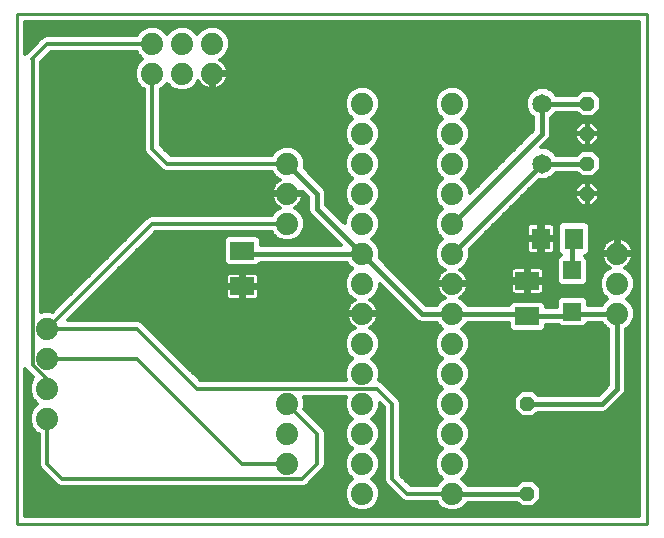
<source format=gtl>
G75*
%MOIN*%
%OFA0B0*%
%FSLAX25Y25*%
%IPPOS*%
%LPD*%
%AMOC8*
5,1,8,0,0,1.08239X$1,22.5*
%
%ADD10C,0.01000*%
%ADD11R,0.07874X0.05906*%
%ADD12C,0.07400*%
%ADD13OC8,0.04800*%
%ADD14C,0.06500*%
%ADD15R,0.06299X0.07087*%
%ADD16R,0.05906X0.05906*%
%ADD17C,0.01600*%
%ADD18C,0.01200*%
D10*
X0001800Y0071500D02*
X0001800Y0241500D01*
X0211800Y0241500D01*
X0211800Y0071500D01*
X0001800Y0071500D01*
D11*
X0076800Y0150594D03*
X0076800Y0162406D03*
X0171800Y0152406D03*
X0171800Y0140594D03*
D12*
X0146800Y0141500D03*
X0146800Y0131500D03*
X0146800Y0121500D03*
X0146800Y0111500D03*
X0146800Y0101500D03*
X0146800Y0091500D03*
X0146800Y0081500D03*
X0116800Y0081500D03*
X0116800Y0091500D03*
X0116800Y0101500D03*
X0116800Y0111500D03*
X0116800Y0121500D03*
X0116800Y0131500D03*
X0116800Y0141500D03*
X0116800Y0151500D03*
X0116800Y0161500D03*
X0116800Y0171500D03*
X0116800Y0181500D03*
X0116800Y0191500D03*
X0116800Y0201500D03*
X0116800Y0211500D03*
X0091800Y0191500D03*
X0091800Y0181500D03*
X0091800Y0171500D03*
X0066800Y0221500D03*
X0066800Y0231500D03*
X0056800Y0231500D03*
X0056800Y0221500D03*
X0046800Y0221500D03*
X0046800Y0231500D03*
X0011800Y0136500D03*
X0011800Y0126500D03*
X0011800Y0116500D03*
X0011800Y0106500D03*
X0091800Y0101500D03*
X0091800Y0091500D03*
X0091800Y0111500D03*
X0146800Y0151500D03*
X0146800Y0161500D03*
X0146800Y0171500D03*
X0146800Y0181500D03*
X0146800Y0191500D03*
X0146800Y0201500D03*
X0146800Y0211500D03*
X0201800Y0161500D03*
X0201800Y0151500D03*
X0201800Y0141500D03*
D13*
X0171800Y0111500D03*
X0171800Y0081500D03*
X0191800Y0181500D03*
X0191800Y0191500D03*
X0191800Y0201500D03*
X0191800Y0211500D03*
D14*
X0176800Y0211500D03*
X0176800Y0191500D03*
D15*
X0176288Y0166500D03*
X0187312Y0166500D03*
D16*
X0186800Y0155890D03*
X0186800Y0142110D03*
D17*
X0185284Y0140594D01*
X0171800Y0140594D01*
X0170894Y0141500D01*
X0146800Y0141500D01*
X0136800Y0141500D01*
X0116800Y0161500D01*
X0077706Y0161500D01*
X0076800Y0162406D01*
X0101800Y0181500D02*
X0091800Y0191500D01*
X0101800Y0181500D02*
X0101800Y0176500D01*
X0116800Y0161500D01*
X0146800Y0161500D02*
X0176800Y0191500D01*
X0191800Y0191500D01*
X0176800Y0201500D02*
X0176800Y0211500D01*
X0191800Y0211500D01*
X0176800Y0201500D02*
X0146800Y0171500D01*
X0186800Y0165988D02*
X0186800Y0155890D01*
X0186800Y0165988D02*
X0187312Y0166500D01*
X0186800Y0142110D02*
X0187410Y0141500D01*
X0201800Y0141500D01*
X0201800Y0116500D01*
X0196800Y0111500D01*
X0171800Y0111500D01*
X0171800Y0081500D02*
X0146800Y0081500D01*
D18*
X0131800Y0081500D01*
X0126800Y0086500D01*
X0126800Y0111500D01*
X0121800Y0116500D01*
X0061800Y0116500D01*
X0041800Y0136500D01*
X0011800Y0136500D01*
X0046800Y0171500D01*
X0091800Y0171500D01*
X0096025Y0167381D02*
X0106676Y0167381D01*
X0105478Y0168579D02*
X0096976Y0168579D01*
X0096802Y0168158D02*
X0097700Y0170326D01*
X0097700Y0172674D01*
X0096802Y0174842D01*
X0095142Y0176502D01*
X0094327Y0176839D01*
X0094578Y0176967D01*
X0095253Y0177457D01*
X0095843Y0178047D01*
X0096333Y0178722D01*
X0096712Y0179466D01*
X0096969Y0180259D01*
X0097100Y0181083D01*
X0097100Y0181100D01*
X0092200Y0181100D01*
X0092200Y0181900D01*
X0097100Y0181900D01*
X0097100Y0181917D01*
X0097092Y0181965D01*
X0098800Y0180257D01*
X0098800Y0175903D01*
X0099257Y0174801D01*
X0109557Y0164500D01*
X0082937Y0164500D01*
X0082937Y0166270D01*
X0081648Y0167558D01*
X0071952Y0167558D01*
X0070663Y0166270D01*
X0070663Y0158541D01*
X0071952Y0157253D01*
X0081648Y0157253D01*
X0082896Y0158500D01*
X0111657Y0158500D01*
X0111798Y0158158D01*
X0113456Y0156500D01*
X0111798Y0154842D01*
X0110900Y0152674D01*
X0110900Y0150326D01*
X0111798Y0148158D01*
X0113458Y0146498D01*
X0114273Y0146161D01*
X0114022Y0146033D01*
X0113347Y0145543D01*
X0112757Y0144953D01*
X0112267Y0144278D01*
X0111888Y0143534D01*
X0111630Y0142741D01*
X0111500Y0141917D01*
X0111500Y0141900D01*
X0116400Y0141900D01*
X0116400Y0141100D01*
X0111500Y0141100D01*
X0111500Y0141083D01*
X0111630Y0140259D01*
X0111888Y0139466D01*
X0112267Y0138722D01*
X0112757Y0138047D01*
X0113347Y0137457D01*
X0114022Y0136967D01*
X0114273Y0136839D01*
X0113458Y0136502D01*
X0111798Y0134842D01*
X0110900Y0132674D01*
X0110900Y0130326D01*
X0111798Y0128158D01*
X0113456Y0126500D01*
X0111798Y0124842D01*
X0110900Y0122674D01*
X0110900Y0120326D01*
X0111325Y0119300D01*
X0062960Y0119300D01*
X0043386Y0138874D01*
X0042357Y0139300D01*
X0018560Y0139300D01*
X0047960Y0168700D01*
X0086574Y0168700D01*
X0086798Y0168158D01*
X0088458Y0166498D01*
X0090626Y0165600D01*
X0092974Y0165600D01*
X0095142Y0166498D01*
X0096802Y0168158D01*
X0097473Y0169778D02*
X0104279Y0169778D01*
X0103081Y0170976D02*
X0097700Y0170976D01*
X0097700Y0172175D02*
X0101882Y0172175D01*
X0100684Y0173373D02*
X0097410Y0173373D01*
X0096914Y0174572D02*
X0099485Y0174572D01*
X0098855Y0175770D02*
X0095873Y0175770D01*
X0094581Y0176969D02*
X0098800Y0176969D01*
X0098800Y0178168D02*
X0095930Y0178168D01*
X0096661Y0179366D02*
X0098800Y0179366D01*
X0098493Y0180565D02*
X0097018Y0180565D01*
X0097294Y0181763D02*
X0092200Y0181763D01*
X0091400Y0181763D02*
X0009700Y0181763D01*
X0009700Y0180565D02*
X0086582Y0180565D01*
X0086630Y0180259D02*
X0086888Y0179466D01*
X0087267Y0178722D01*
X0087757Y0178047D01*
X0088347Y0177457D01*
X0089022Y0176967D01*
X0089273Y0176839D01*
X0088458Y0176502D01*
X0086798Y0174842D01*
X0086574Y0174300D01*
X0046243Y0174300D01*
X0045214Y0173874D01*
X0044426Y0173086D01*
X0013516Y0142175D01*
X0012974Y0142400D01*
X0010626Y0142400D01*
X0009700Y0142016D01*
X0009700Y0225440D01*
X0012960Y0228700D01*
X0041574Y0228700D01*
X0041798Y0228158D01*
X0043456Y0226500D01*
X0041798Y0224842D01*
X0040900Y0222674D01*
X0040900Y0220326D01*
X0041798Y0218158D01*
X0043458Y0216498D01*
X0044000Y0216274D01*
X0044000Y0195943D01*
X0044426Y0194914D01*
X0049426Y0189914D01*
X0050214Y0189126D01*
X0051243Y0188700D01*
X0086574Y0188700D01*
X0086798Y0188158D01*
X0088458Y0186498D01*
X0089273Y0186161D01*
X0089022Y0186033D01*
X0088347Y0185543D01*
X0087757Y0184953D01*
X0087267Y0184278D01*
X0086888Y0183534D01*
X0086630Y0182741D01*
X0086500Y0181917D01*
X0086500Y0181900D01*
X0091400Y0181900D01*
X0091400Y0181100D01*
X0086500Y0181100D01*
X0086500Y0181083D01*
X0086630Y0180259D01*
X0086939Y0179366D02*
X0009700Y0179366D01*
X0009700Y0178168D02*
X0087670Y0178168D01*
X0089019Y0176969D02*
X0009700Y0176969D01*
X0009700Y0175770D02*
X0087727Y0175770D01*
X0086686Y0174572D02*
X0009700Y0174572D01*
X0009700Y0173373D02*
X0044714Y0173373D01*
X0043515Y0172175D02*
X0009700Y0172175D01*
X0009700Y0170976D02*
X0042317Y0170976D01*
X0041118Y0169778D02*
X0009700Y0169778D01*
X0009700Y0168579D02*
X0039920Y0168579D01*
X0038721Y0167381D02*
X0009700Y0167381D01*
X0009700Y0166182D02*
X0037523Y0166182D01*
X0036324Y0164984D02*
X0009700Y0164984D01*
X0009700Y0163785D02*
X0035126Y0163785D01*
X0033927Y0162587D02*
X0009700Y0162587D01*
X0009700Y0161388D02*
X0032729Y0161388D01*
X0031530Y0160190D02*
X0009700Y0160190D01*
X0009700Y0158991D02*
X0030332Y0158991D01*
X0029133Y0157793D02*
X0009700Y0157793D01*
X0009700Y0156594D02*
X0027935Y0156594D01*
X0026736Y0155396D02*
X0009700Y0155396D01*
X0009700Y0154197D02*
X0025537Y0154197D01*
X0024339Y0152999D02*
X0009700Y0152999D01*
X0009700Y0151800D02*
X0023140Y0151800D01*
X0021942Y0150602D02*
X0009700Y0150602D01*
X0009700Y0149403D02*
X0020743Y0149403D01*
X0019545Y0148205D02*
X0009700Y0148205D01*
X0009700Y0147006D02*
X0018346Y0147006D01*
X0017148Y0145808D02*
X0009700Y0145808D01*
X0009700Y0144609D02*
X0015949Y0144609D01*
X0014751Y0143411D02*
X0009700Y0143411D01*
X0009700Y0142212D02*
X0010173Y0142212D01*
X0013427Y0142212D02*
X0013552Y0142212D01*
X0019075Y0139815D02*
X0111775Y0139815D01*
X0111511Y0141014D02*
X0020273Y0141014D01*
X0021472Y0142212D02*
X0111547Y0142212D01*
X0111848Y0143411D02*
X0022670Y0143411D01*
X0023869Y0144609D02*
X0112508Y0144609D01*
X0113712Y0145808D02*
X0025067Y0145808D01*
X0026266Y0147006D02*
X0071382Y0147006D01*
X0071372Y0147024D02*
X0071583Y0146659D01*
X0071881Y0146361D01*
X0072245Y0146151D01*
X0072652Y0146042D01*
X0076200Y0146042D01*
X0076200Y0149994D01*
X0077400Y0149994D01*
X0077400Y0146042D01*
X0080948Y0146042D01*
X0081355Y0146151D01*
X0081719Y0146361D01*
X0082017Y0146659D01*
X0082228Y0147024D01*
X0082337Y0147431D01*
X0082337Y0149995D01*
X0077400Y0149995D01*
X0077400Y0151194D01*
X0082337Y0151194D01*
X0082337Y0153758D01*
X0082228Y0154165D01*
X0082017Y0154530D01*
X0081719Y0154828D01*
X0081355Y0155038D01*
X0080948Y0155147D01*
X0077400Y0155147D01*
X0077400Y0151195D01*
X0076200Y0151195D01*
X0076200Y0155147D01*
X0072652Y0155147D01*
X0072245Y0155038D01*
X0071881Y0154828D01*
X0071583Y0154530D01*
X0071372Y0154165D01*
X0071263Y0153758D01*
X0071263Y0151194D01*
X0076200Y0151194D01*
X0076200Y0149995D01*
X0071263Y0149995D01*
X0071263Y0147431D01*
X0071372Y0147024D01*
X0071263Y0148205D02*
X0027465Y0148205D01*
X0028663Y0149403D02*
X0071263Y0149403D01*
X0071263Y0151800D02*
X0031060Y0151800D01*
X0029862Y0150602D02*
X0076200Y0150602D01*
X0076200Y0151800D02*
X0077400Y0151800D01*
X0077400Y0150602D02*
X0110900Y0150602D01*
X0110900Y0151800D02*
X0082337Y0151800D01*
X0082337Y0152999D02*
X0111035Y0152999D01*
X0111531Y0154197D02*
X0082209Y0154197D01*
X0082188Y0157793D02*
X0112163Y0157793D01*
X0113362Y0156594D02*
X0035854Y0156594D01*
X0034656Y0155396D02*
X0112352Y0155396D01*
X0111282Y0149403D02*
X0082337Y0149403D01*
X0082337Y0148205D02*
X0111779Y0148205D01*
X0112950Y0147006D02*
X0082218Y0147006D01*
X0077400Y0147006D02*
X0076200Y0147006D01*
X0076200Y0148205D02*
X0077400Y0148205D01*
X0077400Y0149403D02*
X0076200Y0149403D01*
X0076200Y0152999D02*
X0077400Y0152999D01*
X0077400Y0154197D02*
X0076200Y0154197D01*
X0071391Y0154197D02*
X0033457Y0154197D01*
X0032259Y0152999D02*
X0071263Y0152999D01*
X0071412Y0157793D02*
X0037053Y0157793D01*
X0038251Y0158991D02*
X0070663Y0158991D01*
X0070663Y0160190D02*
X0039450Y0160190D01*
X0040648Y0161388D02*
X0070663Y0161388D01*
X0070663Y0162587D02*
X0041847Y0162587D01*
X0043045Y0163785D02*
X0070663Y0163785D01*
X0070663Y0164984D02*
X0044244Y0164984D01*
X0045442Y0166182D02*
X0070663Y0166182D01*
X0071774Y0167381D02*
X0046641Y0167381D01*
X0047839Y0168579D02*
X0086624Y0168579D01*
X0087575Y0167381D02*
X0081826Y0167381D01*
X0082937Y0166182D02*
X0089220Y0166182D01*
X0094380Y0166182D02*
X0107875Y0166182D01*
X0109073Y0164984D02*
X0082937Y0164984D01*
X0086702Y0182962D02*
X0009700Y0182962D01*
X0009700Y0184160D02*
X0087207Y0184160D01*
X0088163Y0185359D02*
X0009700Y0185359D01*
X0009700Y0186557D02*
X0088399Y0186557D01*
X0087201Y0187756D02*
X0009700Y0187756D01*
X0009700Y0188954D02*
X0050630Y0188954D01*
X0049188Y0190153D02*
X0009700Y0190153D01*
X0009700Y0191351D02*
X0047989Y0191351D01*
X0046791Y0192550D02*
X0009700Y0192550D01*
X0009700Y0193748D02*
X0045592Y0193748D01*
X0044413Y0194947D02*
X0009700Y0194947D01*
X0009700Y0196145D02*
X0044000Y0196145D01*
X0044000Y0197344D02*
X0009700Y0197344D01*
X0009700Y0198542D02*
X0044000Y0198542D01*
X0044000Y0199741D02*
X0009700Y0199741D01*
X0009700Y0200939D02*
X0044000Y0200939D01*
X0044000Y0202138D02*
X0009700Y0202138D01*
X0009700Y0203336D02*
X0044000Y0203336D01*
X0044000Y0204535D02*
X0009700Y0204535D01*
X0009700Y0205733D02*
X0044000Y0205733D01*
X0044000Y0206932D02*
X0009700Y0206932D01*
X0009700Y0208130D02*
X0044000Y0208130D01*
X0044000Y0209329D02*
X0009700Y0209329D01*
X0009700Y0210527D02*
X0044000Y0210527D01*
X0044000Y0211726D02*
X0009700Y0211726D01*
X0009700Y0212924D02*
X0044000Y0212924D01*
X0044000Y0214123D02*
X0009700Y0214123D01*
X0009700Y0215321D02*
X0044000Y0215321D01*
X0043436Y0216520D02*
X0009700Y0216520D01*
X0009700Y0217718D02*
X0042238Y0217718D01*
X0041484Y0218917D02*
X0009700Y0218917D01*
X0009700Y0220115D02*
X0040987Y0220115D01*
X0040900Y0221314D02*
X0009700Y0221314D01*
X0009700Y0222512D02*
X0040900Y0222512D01*
X0041330Y0223711D02*
X0009700Y0223711D01*
X0009700Y0224909D02*
X0041866Y0224909D01*
X0043064Y0226108D02*
X0010368Y0226108D01*
X0011566Y0227306D02*
X0042650Y0227306D01*
X0041654Y0228505D02*
X0012765Y0228505D01*
X0011800Y0231500D02*
X0046800Y0231500D01*
X0050948Y0235696D02*
X0052652Y0235696D01*
X0053458Y0236502D02*
X0051800Y0234844D01*
X0050142Y0236502D01*
X0047974Y0237400D01*
X0045626Y0237400D01*
X0043458Y0236502D01*
X0041798Y0234842D01*
X0041574Y0234300D01*
X0011243Y0234300D01*
X0010214Y0233874D01*
X0009426Y0233086D01*
X0005214Y0228874D01*
X0004500Y0228160D01*
X0004500Y0238800D01*
X0209100Y0238800D01*
X0209100Y0074200D01*
X0004500Y0074200D01*
X0004500Y0122948D01*
X0004526Y0122884D01*
X0007183Y0120227D01*
X0006798Y0119842D01*
X0005900Y0117674D01*
X0005900Y0115326D01*
X0006798Y0113158D01*
X0008456Y0111500D01*
X0006798Y0109842D01*
X0005900Y0107674D01*
X0005900Y0105326D01*
X0006798Y0103158D01*
X0008458Y0101498D01*
X0009000Y0101274D01*
X0009000Y0090943D01*
X0009426Y0089914D01*
X0014426Y0084914D01*
X0015214Y0084126D01*
X0016243Y0083700D01*
X0097357Y0083700D01*
X0098386Y0084126D01*
X0104174Y0089914D01*
X0104600Y0090943D01*
X0104600Y0102057D01*
X0104174Y0103086D01*
X0097475Y0109784D01*
X0097700Y0110326D01*
X0097700Y0112674D01*
X0097275Y0113700D01*
X0111325Y0113700D01*
X0110900Y0112674D01*
X0110900Y0110326D01*
X0111798Y0108158D01*
X0113456Y0106500D01*
X0111798Y0104842D01*
X0110900Y0102674D01*
X0110900Y0100326D01*
X0111798Y0098158D01*
X0113456Y0096500D01*
X0111798Y0094842D01*
X0110900Y0092674D01*
X0110900Y0090326D01*
X0111798Y0088158D01*
X0113456Y0086500D01*
X0111798Y0084842D01*
X0110900Y0082674D01*
X0110900Y0080326D01*
X0111798Y0078158D01*
X0113458Y0076498D01*
X0115626Y0075600D01*
X0117974Y0075600D01*
X0120142Y0076498D01*
X0121802Y0078158D01*
X0122700Y0080326D01*
X0122700Y0082674D01*
X0121802Y0084842D01*
X0120144Y0086500D01*
X0121802Y0088158D01*
X0122700Y0090326D01*
X0122700Y0092674D01*
X0121802Y0094842D01*
X0120144Y0096500D01*
X0121802Y0098158D01*
X0122700Y0100326D01*
X0122700Y0102674D01*
X0121802Y0104842D01*
X0120144Y0106500D01*
X0121802Y0108158D01*
X0122700Y0110326D01*
X0122700Y0111640D01*
X0124000Y0110340D01*
X0124000Y0085943D01*
X0124426Y0084914D01*
X0129426Y0079914D01*
X0130214Y0079126D01*
X0131243Y0078700D01*
X0141574Y0078700D01*
X0141798Y0078158D01*
X0143458Y0076498D01*
X0145626Y0075600D01*
X0147974Y0075600D01*
X0150142Y0076498D01*
X0151802Y0078158D01*
X0151943Y0078500D01*
X0168295Y0078500D01*
X0169895Y0076900D01*
X0173705Y0076900D01*
X0176400Y0079595D01*
X0176400Y0083405D01*
X0173705Y0086100D01*
X0169895Y0086100D01*
X0168295Y0084500D01*
X0151943Y0084500D01*
X0151802Y0084842D01*
X0150144Y0086500D01*
X0151802Y0088158D01*
X0152700Y0090326D01*
X0152700Y0092674D01*
X0151802Y0094842D01*
X0150144Y0096500D01*
X0151802Y0098158D01*
X0152700Y0100326D01*
X0152700Y0102674D01*
X0151802Y0104842D01*
X0150144Y0106500D01*
X0151802Y0108158D01*
X0152700Y0110326D01*
X0152700Y0112674D01*
X0151802Y0114842D01*
X0150144Y0116500D01*
X0151802Y0118158D01*
X0152700Y0120326D01*
X0152700Y0122674D01*
X0151802Y0124842D01*
X0150144Y0126500D01*
X0151802Y0128158D01*
X0152700Y0130326D01*
X0152700Y0132674D01*
X0151802Y0134842D01*
X0150144Y0136500D01*
X0151802Y0138158D01*
X0151943Y0138500D01*
X0165663Y0138500D01*
X0165663Y0136730D01*
X0166952Y0135442D01*
X0176648Y0135442D01*
X0177937Y0136730D01*
X0177937Y0137594D01*
X0182299Y0137594D01*
X0182936Y0136957D01*
X0190664Y0136957D01*
X0191953Y0138246D01*
X0191953Y0138500D01*
X0196657Y0138500D01*
X0196798Y0138158D01*
X0198458Y0136498D01*
X0198800Y0136357D01*
X0198800Y0117743D01*
X0195557Y0114500D01*
X0175305Y0114500D01*
X0173705Y0116100D01*
X0169895Y0116100D01*
X0167200Y0113405D01*
X0167200Y0109595D01*
X0169895Y0106900D01*
X0173705Y0106900D01*
X0175305Y0108500D01*
X0197397Y0108500D01*
X0198499Y0108957D01*
X0203499Y0113957D01*
X0203499Y0113957D01*
X0204343Y0114801D01*
X0204800Y0115903D01*
X0204800Y0136357D01*
X0205142Y0136498D01*
X0206802Y0138158D01*
X0207700Y0140326D01*
X0207700Y0142674D01*
X0206802Y0144842D01*
X0205144Y0146500D01*
X0206802Y0148158D01*
X0207700Y0150326D01*
X0207700Y0152674D01*
X0206802Y0154842D01*
X0205142Y0156502D01*
X0204327Y0156839D01*
X0204578Y0156967D01*
X0205253Y0157457D01*
X0205843Y0158047D01*
X0206333Y0158722D01*
X0206712Y0159466D01*
X0206969Y0160259D01*
X0207100Y0161083D01*
X0207100Y0161100D01*
X0202200Y0161100D01*
X0202200Y0161900D01*
X0201400Y0161900D01*
X0201400Y0166800D01*
X0201383Y0166800D01*
X0200559Y0166669D01*
X0199766Y0166412D01*
X0199022Y0166033D01*
X0198347Y0165543D01*
X0197757Y0164953D01*
X0197267Y0164278D01*
X0196888Y0163534D01*
X0196630Y0162741D01*
X0196500Y0161917D01*
X0196500Y0161900D01*
X0201400Y0161900D01*
X0201400Y0161100D01*
X0196500Y0161100D01*
X0196500Y0161083D01*
X0196630Y0160259D01*
X0196888Y0159466D01*
X0197267Y0158722D01*
X0197757Y0158047D01*
X0198347Y0157457D01*
X0199022Y0156967D01*
X0199273Y0156839D01*
X0198458Y0156502D01*
X0196798Y0154842D01*
X0195900Y0152674D01*
X0195900Y0150326D01*
X0196798Y0148158D01*
X0198456Y0146500D01*
X0196798Y0144842D01*
X0196657Y0144500D01*
X0191953Y0144500D01*
X0191953Y0145974D01*
X0190664Y0147263D01*
X0182936Y0147263D01*
X0181647Y0145974D01*
X0181647Y0143594D01*
X0177937Y0143594D01*
X0177937Y0144459D01*
X0176648Y0145747D01*
X0166952Y0145747D01*
X0165704Y0144500D01*
X0151943Y0144500D01*
X0151802Y0144842D01*
X0150142Y0146502D01*
X0149327Y0146839D01*
X0149578Y0146967D01*
X0150253Y0147457D01*
X0150843Y0148047D01*
X0151333Y0148722D01*
X0151712Y0149466D01*
X0151969Y0150259D01*
X0152100Y0151083D01*
X0152100Y0151100D01*
X0147200Y0151100D01*
X0147200Y0151900D01*
X0152100Y0151900D01*
X0152100Y0151917D01*
X0151969Y0152741D01*
X0151712Y0153534D01*
X0151333Y0154278D01*
X0150843Y0154953D01*
X0150253Y0155543D01*
X0149578Y0156033D01*
X0149327Y0156161D01*
X0150142Y0156498D01*
X0151802Y0158158D01*
X0152700Y0160326D01*
X0152700Y0162674D01*
X0152558Y0163016D01*
X0175629Y0186086D01*
X0175716Y0186050D01*
X0177884Y0186050D01*
X0179887Y0186880D01*
X0181420Y0188413D01*
X0181456Y0188500D01*
X0188295Y0188500D01*
X0189895Y0186900D01*
X0193705Y0186900D01*
X0196400Y0189595D01*
X0196400Y0193405D01*
X0193705Y0196100D01*
X0189895Y0196100D01*
X0188295Y0194500D01*
X0181456Y0194500D01*
X0181420Y0194587D01*
X0179887Y0196120D01*
X0177884Y0196950D01*
X0176493Y0196950D01*
X0178499Y0198957D01*
X0179343Y0199801D01*
X0179800Y0200903D01*
X0179800Y0206844D01*
X0179887Y0206880D01*
X0181420Y0208413D01*
X0181456Y0208500D01*
X0188295Y0208500D01*
X0189895Y0206900D01*
X0193705Y0206900D01*
X0196400Y0209595D01*
X0196400Y0213405D01*
X0193705Y0216100D01*
X0189895Y0216100D01*
X0188295Y0214500D01*
X0181456Y0214500D01*
X0181420Y0214587D01*
X0179887Y0216120D01*
X0177884Y0216950D01*
X0175716Y0216950D01*
X0173713Y0216120D01*
X0172180Y0214587D01*
X0171350Y0212584D01*
X0171350Y0210416D01*
X0172180Y0208413D01*
X0173713Y0206880D01*
X0173800Y0206844D01*
X0173800Y0202743D01*
X0152700Y0181643D01*
X0152700Y0182674D01*
X0151802Y0184842D01*
X0150144Y0186500D01*
X0151802Y0188158D01*
X0152700Y0190326D01*
X0152700Y0192674D01*
X0151802Y0194842D01*
X0150144Y0196500D01*
X0151802Y0198158D01*
X0152700Y0200326D01*
X0152700Y0202674D01*
X0151802Y0204842D01*
X0150144Y0206500D01*
X0151802Y0208158D01*
X0152700Y0210326D01*
X0152700Y0212674D01*
X0151802Y0214842D01*
X0150142Y0216502D01*
X0147974Y0217400D01*
X0145626Y0217400D01*
X0143458Y0216502D01*
X0141798Y0214842D01*
X0140900Y0212674D01*
X0140900Y0210326D01*
X0141798Y0208158D01*
X0143456Y0206500D01*
X0141798Y0204842D01*
X0140900Y0202674D01*
X0140900Y0200326D01*
X0141798Y0198158D01*
X0143456Y0196500D01*
X0141798Y0194842D01*
X0140900Y0192674D01*
X0140900Y0190326D01*
X0141798Y0188158D01*
X0143456Y0186500D01*
X0141798Y0184842D01*
X0140900Y0182674D01*
X0140900Y0180326D01*
X0141798Y0178158D01*
X0143456Y0176500D01*
X0141798Y0174842D01*
X0140900Y0172674D01*
X0140900Y0170326D01*
X0141798Y0168158D01*
X0143456Y0166500D01*
X0141798Y0164842D01*
X0140900Y0162674D01*
X0140900Y0160326D01*
X0141798Y0158158D01*
X0143458Y0156498D01*
X0144273Y0156161D01*
X0144022Y0156033D01*
X0143347Y0155543D01*
X0142757Y0154953D01*
X0142267Y0154278D01*
X0141888Y0153534D01*
X0141630Y0152741D01*
X0141500Y0151917D01*
X0141500Y0151900D01*
X0146400Y0151900D01*
X0146400Y0151100D01*
X0141500Y0151100D01*
X0141500Y0151083D01*
X0141630Y0150259D01*
X0141888Y0149466D01*
X0142267Y0148722D01*
X0142757Y0148047D01*
X0143347Y0147457D01*
X0144022Y0146967D01*
X0144273Y0146839D01*
X0143458Y0146502D01*
X0141798Y0144842D01*
X0141657Y0144500D01*
X0138043Y0144500D01*
X0122558Y0159984D01*
X0122700Y0160326D01*
X0122700Y0162674D01*
X0121802Y0164842D01*
X0120144Y0166500D01*
X0121802Y0168158D01*
X0122700Y0170326D01*
X0122700Y0172674D01*
X0121802Y0174842D01*
X0120144Y0176500D01*
X0121802Y0178158D01*
X0122700Y0180326D01*
X0122700Y0182674D01*
X0121802Y0184842D01*
X0120144Y0186500D01*
X0121802Y0188158D01*
X0122700Y0190326D01*
X0122700Y0192674D01*
X0121802Y0194842D01*
X0120144Y0196500D01*
X0121802Y0198158D01*
X0122700Y0200326D01*
X0122700Y0202674D01*
X0121802Y0204842D01*
X0120144Y0206500D01*
X0121802Y0208158D01*
X0122700Y0210326D01*
X0122700Y0212674D01*
X0121802Y0214842D01*
X0120142Y0216502D01*
X0117974Y0217400D01*
X0115626Y0217400D01*
X0113458Y0216502D01*
X0111798Y0214842D01*
X0110900Y0212674D01*
X0110900Y0210326D01*
X0111798Y0208158D01*
X0113456Y0206500D01*
X0111798Y0204842D01*
X0110900Y0202674D01*
X0110900Y0200326D01*
X0111798Y0198158D01*
X0113456Y0196500D01*
X0111798Y0194842D01*
X0110900Y0192674D01*
X0110900Y0190326D01*
X0111798Y0188158D01*
X0113456Y0186500D01*
X0111798Y0184842D01*
X0110900Y0182674D01*
X0110900Y0180326D01*
X0111798Y0178158D01*
X0113456Y0176500D01*
X0111798Y0174842D01*
X0110900Y0172674D01*
X0110900Y0171643D01*
X0104800Y0177743D01*
X0104800Y0182097D01*
X0104343Y0183199D01*
X0097558Y0189984D01*
X0097700Y0190326D01*
X0097700Y0192674D01*
X0096802Y0194842D01*
X0095142Y0196502D01*
X0092974Y0197400D01*
X0090626Y0197400D01*
X0088458Y0196502D01*
X0086798Y0194842D01*
X0086574Y0194300D01*
X0052960Y0194300D01*
X0049600Y0197660D01*
X0049600Y0216274D01*
X0050142Y0216498D01*
X0051800Y0218156D01*
X0053458Y0216498D01*
X0055626Y0215600D01*
X0057974Y0215600D01*
X0060142Y0216498D01*
X0061802Y0218158D01*
X0062139Y0218973D01*
X0062267Y0218722D01*
X0062757Y0218047D01*
X0063347Y0217457D01*
X0064022Y0216967D01*
X0064766Y0216588D01*
X0065559Y0216330D01*
X0066383Y0216200D01*
X0066400Y0216200D01*
X0066400Y0221100D01*
X0067200Y0221100D01*
X0067200Y0221900D01*
X0072100Y0221900D01*
X0072100Y0221917D01*
X0071969Y0222741D01*
X0071712Y0223534D01*
X0071333Y0224278D01*
X0070843Y0224953D01*
X0070253Y0225543D01*
X0069578Y0226033D01*
X0069327Y0226161D01*
X0070142Y0226498D01*
X0071802Y0228158D01*
X0072700Y0230326D01*
X0072700Y0232674D01*
X0071802Y0234842D01*
X0070142Y0236502D01*
X0067974Y0237400D01*
X0065626Y0237400D01*
X0063458Y0236502D01*
X0061800Y0234844D01*
X0060142Y0236502D01*
X0057974Y0237400D01*
X0055626Y0237400D01*
X0053458Y0236502D01*
X0054406Y0236895D02*
X0049194Y0236895D01*
X0044406Y0236895D02*
X0004500Y0236895D01*
X0004500Y0238093D02*
X0209100Y0238093D01*
X0209100Y0236895D02*
X0069194Y0236895D01*
X0070948Y0235696D02*
X0209100Y0235696D01*
X0209100Y0234498D02*
X0071944Y0234498D01*
X0072441Y0233299D02*
X0209100Y0233299D01*
X0209100Y0232101D02*
X0072700Y0232101D01*
X0072700Y0230902D02*
X0209100Y0230902D01*
X0209100Y0229703D02*
X0072442Y0229703D01*
X0071946Y0228505D02*
X0209100Y0228505D01*
X0209100Y0227306D02*
X0070950Y0227306D01*
X0069431Y0226108D02*
X0209100Y0226108D01*
X0209100Y0224909D02*
X0070874Y0224909D01*
X0071622Y0223711D02*
X0209100Y0223711D01*
X0209100Y0222512D02*
X0072006Y0222512D01*
X0072100Y0221100D02*
X0067200Y0221100D01*
X0067200Y0216200D01*
X0067217Y0216200D01*
X0068041Y0216330D01*
X0068834Y0216588D01*
X0069578Y0216967D01*
X0070253Y0217457D01*
X0070843Y0218047D01*
X0071333Y0218722D01*
X0071712Y0219466D01*
X0071969Y0220259D01*
X0072100Y0221083D01*
X0072100Y0221100D01*
X0071923Y0220115D02*
X0209100Y0220115D01*
X0209100Y0218917D02*
X0071432Y0218917D01*
X0070514Y0217718D02*
X0209100Y0217718D01*
X0209100Y0216520D02*
X0178922Y0216520D01*
X0180686Y0215321D02*
X0189116Y0215321D01*
X0194484Y0215321D02*
X0209100Y0215321D01*
X0209100Y0214123D02*
X0195683Y0214123D01*
X0196400Y0212924D02*
X0209100Y0212924D01*
X0209100Y0211726D02*
X0196400Y0211726D01*
X0196400Y0210527D02*
X0209100Y0210527D01*
X0209100Y0209329D02*
X0196134Y0209329D01*
X0194936Y0208130D02*
X0209100Y0208130D01*
X0209100Y0206932D02*
X0193737Y0206932D01*
X0193457Y0205500D02*
X0192000Y0205500D01*
X0192000Y0201700D01*
X0191600Y0201700D01*
X0191600Y0205500D01*
X0190143Y0205500D01*
X0187800Y0203157D01*
X0187800Y0201700D01*
X0191600Y0201700D01*
X0191600Y0201300D01*
X0187800Y0201300D01*
X0187800Y0199843D01*
X0190143Y0197500D01*
X0191600Y0197500D01*
X0191600Y0201300D01*
X0192000Y0201300D01*
X0192000Y0201700D01*
X0195800Y0201700D01*
X0195800Y0203157D01*
X0193457Y0205500D01*
X0194422Y0204535D02*
X0209100Y0204535D01*
X0209100Y0205733D02*
X0179800Y0205733D01*
X0179800Y0204535D02*
X0189178Y0204535D01*
X0187979Y0203336D02*
X0179800Y0203336D01*
X0179800Y0202138D02*
X0187800Y0202138D01*
X0187800Y0200939D02*
X0179800Y0200939D01*
X0179283Y0199741D02*
X0187902Y0199741D01*
X0189101Y0198542D02*
X0178085Y0198542D01*
X0176886Y0197344D02*
X0209100Y0197344D01*
X0209100Y0198542D02*
X0194499Y0198542D01*
X0193457Y0197500D02*
X0195800Y0199843D01*
X0195800Y0201300D01*
X0192000Y0201300D01*
X0192000Y0197500D01*
X0193457Y0197500D01*
X0192000Y0198542D02*
X0191600Y0198542D01*
X0191600Y0199741D02*
X0192000Y0199741D01*
X0192000Y0200939D02*
X0191600Y0200939D01*
X0191600Y0202138D02*
X0192000Y0202138D01*
X0192000Y0203336D02*
X0191600Y0203336D01*
X0191600Y0204535D02*
X0192000Y0204535D01*
X0189863Y0206932D02*
X0179939Y0206932D01*
X0181138Y0208130D02*
X0188664Y0208130D01*
X0195621Y0203336D02*
X0209100Y0203336D01*
X0209100Y0202138D02*
X0195800Y0202138D01*
X0195800Y0200939D02*
X0209100Y0200939D01*
X0209100Y0199741D02*
X0195698Y0199741D01*
X0194859Y0194947D02*
X0209100Y0194947D01*
X0209100Y0196145D02*
X0179827Y0196145D01*
X0181061Y0194947D02*
X0188741Y0194947D01*
X0189039Y0187756D02*
X0180763Y0187756D01*
X0179108Y0186557D02*
X0209100Y0186557D01*
X0209100Y0185359D02*
X0193598Y0185359D01*
X0193457Y0185500D02*
X0192000Y0185500D01*
X0192000Y0181700D01*
X0191600Y0181700D01*
X0191600Y0185500D01*
X0190143Y0185500D01*
X0187800Y0183157D01*
X0187800Y0181700D01*
X0191600Y0181700D01*
X0191600Y0181300D01*
X0187800Y0181300D01*
X0187800Y0179843D01*
X0190143Y0177500D01*
X0191600Y0177500D01*
X0191600Y0181300D01*
X0192000Y0181300D01*
X0192000Y0181700D01*
X0195800Y0181700D01*
X0195800Y0183157D01*
X0193457Y0185500D01*
X0192000Y0185359D02*
X0191600Y0185359D01*
X0191600Y0184160D02*
X0192000Y0184160D01*
X0192000Y0182962D02*
X0191600Y0182962D01*
X0191600Y0181763D02*
X0192000Y0181763D01*
X0192000Y0181300D02*
X0195800Y0181300D01*
X0195800Y0179843D01*
X0193457Y0177500D01*
X0192000Y0177500D01*
X0192000Y0181300D01*
X0192000Y0180565D02*
X0191600Y0180565D01*
X0191600Y0179366D02*
X0192000Y0179366D01*
X0192000Y0178168D02*
X0191600Y0178168D01*
X0189476Y0178168D02*
X0167710Y0178168D01*
X0168909Y0179366D02*
X0188277Y0179366D01*
X0187800Y0180565D02*
X0170107Y0180565D01*
X0171306Y0181763D02*
X0187800Y0181763D01*
X0187800Y0182962D02*
X0172504Y0182962D01*
X0173703Y0184160D02*
X0188803Y0184160D01*
X0190002Y0185359D02*
X0174901Y0185359D01*
X0166512Y0176969D02*
X0209100Y0176969D01*
X0209100Y0175770D02*
X0165313Y0175770D01*
X0164115Y0174572D02*
X0209100Y0174572D01*
X0209100Y0173373D02*
X0162916Y0173373D01*
X0161718Y0172175D02*
X0183183Y0172175D01*
X0183251Y0172243D02*
X0181962Y0170955D01*
X0181962Y0162045D01*
X0182965Y0161043D01*
X0182936Y0161043D01*
X0181647Y0159754D01*
X0181647Y0152026D01*
X0182936Y0150737D01*
X0190664Y0150737D01*
X0191953Y0152026D01*
X0191953Y0159754D01*
X0190950Y0160757D01*
X0191373Y0160757D01*
X0192661Y0162045D01*
X0192661Y0170955D01*
X0191373Y0172243D01*
X0183251Y0172243D01*
X0181984Y0170976D02*
X0180747Y0170976D01*
X0180718Y0171026D02*
X0180420Y0171324D01*
X0180055Y0171534D01*
X0179648Y0171643D01*
X0176888Y0171643D01*
X0176888Y0167100D01*
X0175688Y0167100D01*
X0175688Y0165900D01*
X0171539Y0165900D01*
X0171539Y0162746D01*
X0171648Y0162339D01*
X0171858Y0161974D01*
X0172156Y0161676D01*
X0172521Y0161466D01*
X0172928Y0161357D01*
X0175688Y0161357D01*
X0175688Y0165900D01*
X0176888Y0165900D01*
X0176888Y0161357D01*
X0179648Y0161357D01*
X0180055Y0161466D01*
X0180420Y0161676D01*
X0180718Y0161974D01*
X0180929Y0162339D01*
X0181038Y0162746D01*
X0181038Y0165900D01*
X0176888Y0165900D01*
X0176888Y0167100D01*
X0181038Y0167100D01*
X0181038Y0170254D01*
X0180929Y0170661D01*
X0180718Y0171026D01*
X0181038Y0169778D02*
X0181962Y0169778D01*
X0181962Y0168579D02*
X0181038Y0168579D01*
X0181038Y0167381D02*
X0181962Y0167381D01*
X0181962Y0166182D02*
X0176888Y0166182D01*
X0176888Y0164984D02*
X0175688Y0164984D01*
X0175688Y0166182D02*
X0155725Y0166182D01*
X0154527Y0164984D02*
X0171539Y0164984D01*
X0171539Y0163785D02*
X0153328Y0163785D01*
X0152700Y0162587D02*
X0171581Y0162587D01*
X0172810Y0161388D02*
X0152700Y0161388D01*
X0152643Y0160190D02*
X0182083Y0160190D01*
X0181647Y0158991D02*
X0152147Y0158991D01*
X0151437Y0157793D02*
X0181647Y0157793D01*
X0181647Y0156594D02*
X0176764Y0156594D01*
X0176719Y0156639D02*
X0176355Y0156849D01*
X0175948Y0156958D01*
X0172400Y0156958D01*
X0172400Y0153006D01*
X0171200Y0153006D01*
X0171200Y0156958D01*
X0167652Y0156958D01*
X0167245Y0156849D01*
X0166881Y0156639D01*
X0166583Y0156341D01*
X0166372Y0155976D01*
X0166263Y0155569D01*
X0166263Y0153005D01*
X0171200Y0153005D01*
X0171200Y0151806D01*
X0166263Y0151806D01*
X0166263Y0149242D01*
X0166372Y0148835D01*
X0166583Y0148470D01*
X0166881Y0148172D01*
X0167245Y0147962D01*
X0167652Y0147853D01*
X0171200Y0147853D01*
X0171200Y0151805D01*
X0172400Y0151805D01*
X0172400Y0147853D01*
X0175948Y0147853D01*
X0176355Y0147962D01*
X0176719Y0148172D01*
X0177017Y0148470D01*
X0177228Y0148835D01*
X0177337Y0149242D01*
X0177337Y0151806D01*
X0172400Y0151806D01*
X0172400Y0153005D01*
X0177337Y0153005D01*
X0177337Y0155569D01*
X0177228Y0155976D01*
X0177017Y0156341D01*
X0176719Y0156639D01*
X0177337Y0155396D02*
X0181647Y0155396D01*
X0181647Y0154197D02*
X0177337Y0154197D01*
X0177337Y0151800D02*
X0181873Y0151800D01*
X0181647Y0152999D02*
X0172400Y0152999D01*
X0172400Y0154197D02*
X0171200Y0154197D01*
X0171200Y0152999D02*
X0151886Y0152999D01*
X0151374Y0154197D02*
X0166263Y0154197D01*
X0166263Y0155396D02*
X0150400Y0155396D01*
X0150238Y0156594D02*
X0166836Y0156594D01*
X0171200Y0156594D02*
X0172400Y0156594D01*
X0172400Y0155396D02*
X0171200Y0155396D01*
X0171200Y0151800D02*
X0172400Y0151800D01*
X0172400Y0150602D02*
X0171200Y0150602D01*
X0171200Y0149403D02*
X0172400Y0149403D01*
X0172400Y0148205D02*
X0171200Y0148205D01*
X0166848Y0148205D02*
X0150957Y0148205D01*
X0151680Y0149403D02*
X0166263Y0149403D01*
X0166263Y0150602D02*
X0152024Y0150602D01*
X0149632Y0147006D02*
X0182679Y0147006D01*
X0181647Y0145808D02*
X0150836Y0145808D01*
X0151898Y0144609D02*
X0165814Y0144609D01*
X0165663Y0137418D02*
X0151062Y0137418D01*
X0150424Y0136220D02*
X0166174Y0136220D01*
X0176752Y0148205D02*
X0196779Y0148205D01*
X0196282Y0149403D02*
X0177337Y0149403D01*
X0177337Y0150602D02*
X0195900Y0150602D01*
X0195900Y0151800D02*
X0191727Y0151800D01*
X0191953Y0152999D02*
X0196035Y0152999D01*
X0196531Y0154197D02*
X0191953Y0154197D01*
X0191953Y0155396D02*
X0197352Y0155396D01*
X0198681Y0156594D02*
X0191953Y0156594D01*
X0191953Y0157793D02*
X0198012Y0157793D01*
X0197130Y0158991D02*
X0191953Y0158991D01*
X0191517Y0160190D02*
X0196653Y0160190D01*
X0196606Y0162587D02*
X0192661Y0162587D01*
X0192661Y0163785D02*
X0197016Y0163785D01*
X0197789Y0164984D02*
X0192661Y0164984D01*
X0192661Y0166182D02*
X0199315Y0166182D01*
X0201400Y0166182D02*
X0202200Y0166182D01*
X0202200Y0166800D02*
X0202200Y0161900D01*
X0207100Y0161900D01*
X0207100Y0161917D01*
X0206969Y0162741D01*
X0206712Y0163534D01*
X0206333Y0164278D01*
X0205843Y0164953D01*
X0205253Y0165543D01*
X0204578Y0166033D01*
X0203834Y0166412D01*
X0203041Y0166669D01*
X0202217Y0166800D01*
X0202200Y0166800D01*
X0202200Y0164984D02*
X0201400Y0164984D01*
X0201400Y0163785D02*
X0202200Y0163785D01*
X0202200Y0162587D02*
X0201400Y0162587D01*
X0201400Y0161388D02*
X0192004Y0161388D01*
X0192661Y0167381D02*
X0209100Y0167381D01*
X0209100Y0168579D02*
X0192661Y0168579D01*
X0192661Y0169778D02*
X0209100Y0169778D01*
X0209100Y0170976D02*
X0192640Y0170976D01*
X0191441Y0172175D02*
X0209100Y0172175D01*
X0209100Y0166182D02*
X0204285Y0166182D01*
X0205811Y0164984D02*
X0209100Y0164984D01*
X0209100Y0163785D02*
X0206584Y0163785D01*
X0206994Y0162587D02*
X0209100Y0162587D01*
X0209100Y0161388D02*
X0202200Y0161388D01*
X0206947Y0160190D02*
X0209100Y0160190D01*
X0209100Y0158991D02*
X0206470Y0158991D01*
X0205588Y0157793D02*
X0209100Y0157793D01*
X0209100Y0156594D02*
X0204919Y0156594D01*
X0206248Y0155396D02*
X0209100Y0155396D01*
X0209100Y0154197D02*
X0207069Y0154197D01*
X0207565Y0152999D02*
X0209100Y0152999D01*
X0209100Y0151800D02*
X0207700Y0151800D01*
X0207700Y0150602D02*
X0209100Y0150602D01*
X0209100Y0149403D02*
X0207318Y0149403D01*
X0206821Y0148205D02*
X0209100Y0148205D01*
X0209100Y0147006D02*
X0205650Y0147006D01*
X0205836Y0145808D02*
X0209100Y0145808D01*
X0209100Y0144609D02*
X0206898Y0144609D01*
X0207395Y0143411D02*
X0209100Y0143411D01*
X0209100Y0142212D02*
X0207700Y0142212D01*
X0207700Y0141014D02*
X0209100Y0141014D01*
X0209100Y0139815D02*
X0207488Y0139815D01*
X0206992Y0138617D02*
X0209100Y0138617D01*
X0209100Y0137418D02*
X0206062Y0137418D01*
X0204800Y0136220D02*
X0209100Y0136220D01*
X0209100Y0135021D02*
X0204800Y0135021D01*
X0204800Y0133823D02*
X0209100Y0133823D01*
X0209100Y0132624D02*
X0204800Y0132624D01*
X0204800Y0131426D02*
X0209100Y0131426D01*
X0209100Y0130227D02*
X0204800Y0130227D01*
X0204800Y0129029D02*
X0209100Y0129029D01*
X0209100Y0127830D02*
X0204800Y0127830D01*
X0204800Y0126632D02*
X0209100Y0126632D01*
X0209100Y0125433D02*
X0204800Y0125433D01*
X0204800Y0124234D02*
X0209100Y0124234D01*
X0209100Y0123036D02*
X0204800Y0123036D01*
X0204800Y0121837D02*
X0209100Y0121837D01*
X0209100Y0120639D02*
X0204800Y0120639D01*
X0204800Y0119440D02*
X0209100Y0119440D01*
X0209100Y0118242D02*
X0204800Y0118242D01*
X0204800Y0117043D02*
X0209100Y0117043D01*
X0209100Y0115845D02*
X0204776Y0115845D01*
X0204189Y0114646D02*
X0209100Y0114646D01*
X0209100Y0113448D02*
X0202991Y0113448D01*
X0201792Y0112249D02*
X0209100Y0112249D01*
X0209100Y0111051D02*
X0200594Y0111051D01*
X0199395Y0109852D02*
X0209100Y0109852D01*
X0209100Y0108654D02*
X0197768Y0108654D01*
X0195704Y0114646D02*
X0175159Y0114646D01*
X0173960Y0115845D02*
X0196902Y0115845D01*
X0198101Y0117043D02*
X0150687Y0117043D01*
X0150799Y0115845D02*
X0169640Y0115845D01*
X0168441Y0114646D02*
X0151883Y0114646D01*
X0152379Y0113448D02*
X0167243Y0113448D01*
X0167200Y0112249D02*
X0152700Y0112249D01*
X0152700Y0111051D02*
X0167200Y0111051D01*
X0167200Y0109852D02*
X0152504Y0109852D01*
X0152007Y0108654D02*
X0168141Y0108654D01*
X0169339Y0107455D02*
X0151099Y0107455D01*
X0150387Y0106257D02*
X0209100Y0106257D01*
X0209100Y0107455D02*
X0174261Y0107455D01*
X0173923Y0085882D02*
X0209100Y0085882D01*
X0209100Y0084684D02*
X0175122Y0084684D01*
X0176320Y0083485D02*
X0209100Y0083485D01*
X0209100Y0082287D02*
X0176400Y0082287D01*
X0176400Y0081088D02*
X0209100Y0081088D01*
X0209100Y0079890D02*
X0176400Y0079890D01*
X0175496Y0078691D02*
X0209100Y0078691D01*
X0209100Y0077493D02*
X0174298Y0077493D01*
X0169302Y0077493D02*
X0151136Y0077493D01*
X0149649Y0076294D02*
X0209100Y0076294D01*
X0209100Y0075096D02*
X0004500Y0075096D01*
X0004500Y0076294D02*
X0113951Y0076294D01*
X0112464Y0077493D02*
X0004500Y0077493D01*
X0004500Y0078691D02*
X0111577Y0078691D01*
X0111081Y0079890D02*
X0004500Y0079890D01*
X0004500Y0081088D02*
X0110900Y0081088D01*
X0110900Y0082287D02*
X0004500Y0082287D01*
X0004500Y0083485D02*
X0111236Y0083485D01*
X0111733Y0084684D02*
X0098943Y0084684D01*
X0100142Y0085882D02*
X0112838Y0085882D01*
X0112875Y0087081D02*
X0101340Y0087081D01*
X0102539Y0088279D02*
X0111748Y0088279D01*
X0111252Y0089478D02*
X0103737Y0089478D01*
X0104489Y0090676D02*
X0110900Y0090676D01*
X0110900Y0091875D02*
X0104600Y0091875D01*
X0104600Y0093073D02*
X0111066Y0093073D01*
X0111562Y0094272D02*
X0104600Y0094272D01*
X0104600Y0095470D02*
X0112426Y0095470D01*
X0113287Y0096669D02*
X0104600Y0096669D01*
X0104600Y0097867D02*
X0112089Y0097867D01*
X0111422Y0099066D02*
X0104600Y0099066D01*
X0104600Y0100264D02*
X0110926Y0100264D01*
X0110900Y0101463D02*
X0104600Y0101463D01*
X0104350Y0102661D02*
X0110900Y0102661D01*
X0111391Y0103860D02*
X0103400Y0103860D01*
X0102201Y0105058D02*
X0112014Y0105058D01*
X0113213Y0106257D02*
X0101003Y0106257D01*
X0099804Y0107455D02*
X0112501Y0107455D01*
X0111593Y0108654D02*
X0098606Y0108654D01*
X0097504Y0109852D02*
X0111096Y0109852D01*
X0110900Y0111051D02*
X0097700Y0111051D01*
X0097700Y0112249D02*
X0110900Y0112249D01*
X0111221Y0113448D02*
X0097379Y0113448D01*
X0091800Y0111500D02*
X0101800Y0101500D01*
X0101800Y0091500D01*
X0096800Y0086500D01*
X0016800Y0086500D01*
X0011800Y0091500D01*
X0011800Y0106500D01*
X0006507Y0103860D02*
X0004500Y0103860D01*
X0004500Y0105058D02*
X0006011Y0105058D01*
X0005900Y0106257D02*
X0004500Y0106257D01*
X0004500Y0107455D02*
X0005900Y0107455D01*
X0006306Y0108654D02*
X0004500Y0108654D01*
X0004500Y0109852D02*
X0006809Y0109852D01*
X0008007Y0111051D02*
X0004500Y0111051D01*
X0004500Y0112249D02*
X0007707Y0112249D01*
X0006678Y0113448D02*
X0004500Y0113448D01*
X0004500Y0114646D02*
X0006182Y0114646D01*
X0005900Y0115845D02*
X0004500Y0115845D01*
X0004500Y0117043D02*
X0005900Y0117043D01*
X0006135Y0118242D02*
X0004500Y0118242D01*
X0004500Y0119440D02*
X0006632Y0119440D01*
X0006772Y0120639D02*
X0004500Y0120639D01*
X0004500Y0121837D02*
X0005573Y0121837D01*
X0006900Y0124470D02*
X0006900Y0226400D01*
X0006800Y0226500D01*
X0011800Y0231500D01*
X0009639Y0233299D02*
X0004500Y0233299D01*
X0004500Y0232101D02*
X0008441Y0232101D01*
X0009426Y0233086D02*
X0009426Y0233086D01*
X0007242Y0230902D02*
X0004500Y0230902D01*
X0004500Y0229703D02*
X0006044Y0229703D01*
X0005214Y0228874D02*
X0005214Y0228874D01*
X0004845Y0228505D02*
X0004500Y0228505D01*
X0004500Y0234498D02*
X0041656Y0234498D01*
X0042652Y0235696D02*
X0004500Y0235696D01*
X0046800Y0221500D02*
X0046800Y0196500D01*
X0051800Y0191500D01*
X0091800Y0191500D01*
X0095499Y0196145D02*
X0113101Y0196145D01*
X0112612Y0197344D02*
X0093110Y0197344D01*
X0090490Y0197344D02*
X0049916Y0197344D01*
X0049600Y0198542D02*
X0111639Y0198542D01*
X0111143Y0199741D02*
X0049600Y0199741D01*
X0049600Y0200939D02*
X0110900Y0200939D01*
X0110900Y0202138D02*
X0049600Y0202138D01*
X0049600Y0203336D02*
X0111174Y0203336D01*
X0111671Y0204535D02*
X0049600Y0204535D01*
X0049600Y0205733D02*
X0112689Y0205733D01*
X0113024Y0206932D02*
X0049600Y0206932D01*
X0049600Y0208130D02*
X0111826Y0208130D01*
X0111313Y0209329D02*
X0049600Y0209329D01*
X0049600Y0210527D02*
X0110900Y0210527D01*
X0110900Y0211726D02*
X0049600Y0211726D01*
X0049600Y0212924D02*
X0111004Y0212924D01*
X0111500Y0214123D02*
X0049600Y0214123D01*
X0049600Y0215321D02*
X0112277Y0215321D01*
X0113502Y0216520D02*
X0068624Y0216520D01*
X0067200Y0216520D02*
X0066400Y0216520D01*
X0066400Y0217718D02*
X0067200Y0217718D01*
X0067200Y0218917D02*
X0066400Y0218917D01*
X0066400Y0220115D02*
X0067200Y0220115D01*
X0067200Y0221314D02*
X0209100Y0221314D01*
X0209100Y0193748D02*
X0196057Y0193748D01*
X0196400Y0192550D02*
X0209100Y0192550D01*
X0209100Y0191351D02*
X0196400Y0191351D01*
X0196400Y0190153D02*
X0209100Y0190153D01*
X0209100Y0188954D02*
X0195759Y0188954D01*
X0194561Y0187756D02*
X0209100Y0187756D01*
X0209100Y0184160D02*
X0194797Y0184160D01*
X0195800Y0182962D02*
X0209100Y0182962D01*
X0209100Y0181763D02*
X0195800Y0181763D01*
X0195800Y0180565D02*
X0209100Y0180565D01*
X0209100Y0179366D02*
X0195323Y0179366D01*
X0194124Y0178168D02*
X0209100Y0178168D01*
X0181962Y0164984D02*
X0181038Y0164984D01*
X0181038Y0163785D02*
X0181962Y0163785D01*
X0181962Y0162587D02*
X0180995Y0162587D01*
X0179767Y0161388D02*
X0182619Y0161388D01*
X0176888Y0161388D02*
X0175688Y0161388D01*
X0175688Y0162587D02*
X0176888Y0162587D01*
X0176888Y0163785D02*
X0175688Y0163785D01*
X0175688Y0167100D02*
X0171539Y0167100D01*
X0171539Y0170254D01*
X0171648Y0170661D01*
X0171858Y0171026D01*
X0172156Y0171324D01*
X0172521Y0171534D01*
X0172928Y0171643D01*
X0175688Y0171643D01*
X0175688Y0167100D01*
X0175688Y0167381D02*
X0176888Y0167381D01*
X0176888Y0168579D02*
X0175688Y0168579D01*
X0175688Y0169778D02*
X0176888Y0169778D01*
X0176888Y0170976D02*
X0175688Y0170976D01*
X0171830Y0170976D02*
X0160519Y0170976D01*
X0159321Y0169778D02*
X0171539Y0169778D01*
X0171539Y0168579D02*
X0158122Y0168579D01*
X0156924Y0167381D02*
X0171539Y0167381D01*
X0166263Y0151800D02*
X0147200Y0151800D01*
X0146400Y0151800D02*
X0130742Y0151800D01*
X0129544Y0152999D02*
X0141714Y0152999D01*
X0142226Y0154197D02*
X0128345Y0154197D01*
X0127147Y0155396D02*
X0143200Y0155396D01*
X0143362Y0156594D02*
X0125948Y0156594D01*
X0124750Y0157793D02*
X0142163Y0157793D01*
X0141453Y0158991D02*
X0123551Y0158991D01*
X0122643Y0160190D02*
X0140957Y0160190D01*
X0140900Y0161388D02*
X0122700Y0161388D01*
X0122700Y0162587D02*
X0140900Y0162587D01*
X0141361Y0163785D02*
X0122239Y0163785D01*
X0121660Y0164984D02*
X0141940Y0164984D01*
X0143139Y0166182D02*
X0120461Y0166182D01*
X0121025Y0167381D02*
X0142575Y0167381D01*
X0141624Y0168579D02*
X0121976Y0168579D01*
X0122473Y0169778D02*
X0141127Y0169778D01*
X0140900Y0170976D02*
X0122700Y0170976D01*
X0122700Y0172175D02*
X0140900Y0172175D01*
X0141190Y0173373D02*
X0122410Y0173373D01*
X0121914Y0174572D02*
X0141686Y0174572D01*
X0142727Y0175770D02*
X0120873Y0175770D01*
X0120613Y0176969D02*
X0142987Y0176969D01*
X0141794Y0178168D02*
X0121806Y0178168D01*
X0122302Y0179366D02*
X0141298Y0179366D01*
X0140900Y0180565D02*
X0122700Y0180565D01*
X0122700Y0181763D02*
X0140900Y0181763D01*
X0141019Y0182962D02*
X0122581Y0182962D01*
X0122084Y0184160D02*
X0141516Y0184160D01*
X0142315Y0185359D02*
X0121285Y0185359D01*
X0120201Y0186557D02*
X0143399Y0186557D01*
X0142201Y0187756D02*
X0121399Y0187756D01*
X0122132Y0188954D02*
X0141468Y0188954D01*
X0140972Y0190153D02*
X0122628Y0190153D01*
X0122700Y0191351D02*
X0140900Y0191351D01*
X0140900Y0192550D02*
X0122700Y0192550D01*
X0122255Y0193748D02*
X0141345Y0193748D01*
X0141903Y0194947D02*
X0121697Y0194947D01*
X0120499Y0196145D02*
X0143101Y0196145D01*
X0142612Y0197344D02*
X0120988Y0197344D01*
X0121961Y0198542D02*
X0141639Y0198542D01*
X0141143Y0199741D02*
X0122457Y0199741D01*
X0122700Y0200939D02*
X0140900Y0200939D01*
X0140900Y0202138D02*
X0122700Y0202138D01*
X0122426Y0203336D02*
X0141174Y0203336D01*
X0141671Y0204535D02*
X0121929Y0204535D01*
X0120911Y0205733D02*
X0142689Y0205733D01*
X0143024Y0206932D02*
X0120576Y0206932D01*
X0121774Y0208130D02*
X0141826Y0208130D01*
X0141313Y0209329D02*
X0122287Y0209329D01*
X0122700Y0210527D02*
X0140900Y0210527D01*
X0140900Y0211726D02*
X0122700Y0211726D01*
X0122596Y0212924D02*
X0141004Y0212924D01*
X0141500Y0214123D02*
X0122100Y0214123D01*
X0121322Y0215321D02*
X0142277Y0215321D01*
X0143502Y0216520D02*
X0120098Y0216520D01*
X0111903Y0194947D02*
X0096697Y0194947D01*
X0097255Y0193748D02*
X0111345Y0193748D01*
X0110900Y0192550D02*
X0097700Y0192550D01*
X0097700Y0191351D02*
X0110900Y0191351D01*
X0110972Y0190153D02*
X0097628Y0190153D01*
X0098589Y0188954D02*
X0111468Y0188954D01*
X0112201Y0187756D02*
X0099787Y0187756D01*
X0100986Y0186557D02*
X0113399Y0186557D01*
X0112315Y0185359D02*
X0102184Y0185359D01*
X0103383Y0184160D02*
X0111516Y0184160D01*
X0111019Y0182962D02*
X0104442Y0182962D01*
X0104800Y0181763D02*
X0110900Y0181763D01*
X0110900Y0180565D02*
X0104800Y0180565D01*
X0104800Y0179366D02*
X0111298Y0179366D01*
X0111794Y0178168D02*
X0104800Y0178168D01*
X0105574Y0176969D02*
X0112987Y0176969D01*
X0112727Y0175770D02*
X0106772Y0175770D01*
X0107971Y0174572D02*
X0111686Y0174572D01*
X0111190Y0173373D02*
X0109169Y0173373D01*
X0110368Y0172175D02*
X0110900Y0172175D01*
X0122700Y0151357D02*
X0135101Y0138957D01*
X0136203Y0138500D01*
X0141657Y0138500D01*
X0141798Y0138158D01*
X0143456Y0136500D01*
X0141798Y0134842D01*
X0140900Y0132674D01*
X0140900Y0130326D01*
X0141798Y0128158D01*
X0143456Y0126500D01*
X0141798Y0124842D01*
X0140900Y0122674D01*
X0140900Y0120326D01*
X0141798Y0118158D01*
X0143456Y0116500D01*
X0141798Y0114842D01*
X0140900Y0112674D01*
X0140900Y0110326D01*
X0141798Y0108158D01*
X0143456Y0106500D01*
X0141798Y0104842D01*
X0140900Y0102674D01*
X0140900Y0100326D01*
X0141798Y0098158D01*
X0143456Y0096500D01*
X0141798Y0094842D01*
X0140900Y0092674D01*
X0140900Y0090326D01*
X0141798Y0088158D01*
X0143456Y0086500D01*
X0141798Y0084842D01*
X0141574Y0084300D01*
X0132960Y0084300D01*
X0129600Y0087660D01*
X0129600Y0112057D01*
X0129174Y0113086D01*
X0128386Y0113874D01*
X0124174Y0118086D01*
X0123386Y0118874D01*
X0122357Y0119300D01*
X0122275Y0119300D01*
X0122700Y0120326D01*
X0122700Y0122674D01*
X0121802Y0124842D01*
X0120144Y0126500D01*
X0121802Y0128158D01*
X0122700Y0130326D01*
X0122700Y0132674D01*
X0121802Y0134842D01*
X0120142Y0136502D01*
X0119327Y0136839D01*
X0119578Y0136967D01*
X0120253Y0137457D01*
X0120843Y0138047D01*
X0121333Y0138722D01*
X0121712Y0139466D01*
X0121969Y0140259D01*
X0122100Y0141083D01*
X0122100Y0141100D01*
X0117200Y0141100D01*
X0117200Y0141900D01*
X0122100Y0141900D01*
X0122100Y0141917D01*
X0121969Y0142741D01*
X0121712Y0143534D01*
X0121333Y0144278D01*
X0120843Y0144953D01*
X0120253Y0145543D01*
X0119578Y0146033D01*
X0119327Y0146161D01*
X0120142Y0146498D01*
X0121802Y0148158D01*
X0122700Y0150326D01*
X0122700Y0151357D01*
X0122700Y0150602D02*
X0123456Y0150602D01*
X0122318Y0149403D02*
X0124654Y0149403D01*
X0125853Y0148205D02*
X0121821Y0148205D01*
X0120650Y0147006D02*
X0127051Y0147006D01*
X0128250Y0145808D02*
X0119888Y0145808D01*
X0121092Y0144609D02*
X0129448Y0144609D01*
X0130647Y0143411D02*
X0121752Y0143411D01*
X0122053Y0142212D02*
X0131845Y0142212D01*
X0133044Y0141014D02*
X0122089Y0141014D01*
X0121825Y0139815D02*
X0134242Y0139815D01*
X0135922Y0138617D02*
X0121256Y0138617D01*
X0120199Y0137418D02*
X0142538Y0137418D01*
X0143176Y0136220D02*
X0120424Y0136220D01*
X0121623Y0135021D02*
X0141977Y0135021D01*
X0141376Y0133823D02*
X0122224Y0133823D01*
X0122700Y0132624D02*
X0140900Y0132624D01*
X0140900Y0131426D02*
X0122700Y0131426D01*
X0122659Y0130227D02*
X0140941Y0130227D01*
X0141438Y0129029D02*
X0122162Y0129029D01*
X0121474Y0127830D02*
X0142126Y0127830D01*
X0143325Y0126632D02*
X0120275Y0126632D01*
X0121211Y0125433D02*
X0142389Y0125433D01*
X0141547Y0124234D02*
X0122053Y0124234D01*
X0122550Y0123036D02*
X0141050Y0123036D01*
X0140900Y0121837D02*
X0122700Y0121837D01*
X0122700Y0120639D02*
X0140900Y0120639D01*
X0141267Y0119440D02*
X0122333Y0119440D01*
X0124018Y0118242D02*
X0141763Y0118242D01*
X0142913Y0117043D02*
X0125216Y0117043D01*
X0124174Y0118086D02*
X0124174Y0118086D01*
X0126415Y0115845D02*
X0142801Y0115845D01*
X0141717Y0114646D02*
X0127613Y0114646D01*
X0128812Y0113448D02*
X0141221Y0113448D01*
X0140900Y0112249D02*
X0129520Y0112249D01*
X0129600Y0111051D02*
X0140900Y0111051D01*
X0141096Y0109852D02*
X0129600Y0109852D01*
X0129600Y0108654D02*
X0141593Y0108654D01*
X0142501Y0107455D02*
X0129600Y0107455D01*
X0129600Y0106257D02*
X0143213Y0106257D01*
X0142014Y0105058D02*
X0129600Y0105058D01*
X0129600Y0103860D02*
X0141391Y0103860D01*
X0140900Y0102661D02*
X0129600Y0102661D01*
X0129600Y0101463D02*
X0140900Y0101463D01*
X0140926Y0100264D02*
X0129600Y0100264D01*
X0129600Y0099066D02*
X0141422Y0099066D01*
X0142089Y0097867D02*
X0129600Y0097867D01*
X0129600Y0096669D02*
X0143287Y0096669D01*
X0142426Y0095470D02*
X0129600Y0095470D01*
X0129600Y0094272D02*
X0141562Y0094272D01*
X0141066Y0093073D02*
X0129600Y0093073D01*
X0129600Y0091875D02*
X0140900Y0091875D01*
X0140900Y0090676D02*
X0129600Y0090676D01*
X0129600Y0089478D02*
X0141252Y0089478D01*
X0141748Y0088279D02*
X0129600Y0088279D01*
X0130179Y0087081D02*
X0142875Y0087081D01*
X0142838Y0085882D02*
X0131378Y0085882D01*
X0132576Y0084684D02*
X0141733Y0084684D01*
X0141577Y0078691D02*
X0122023Y0078691D01*
X0122519Y0079890D02*
X0129451Y0079890D01*
X0128252Y0081088D02*
X0122700Y0081088D01*
X0122700Y0082287D02*
X0127054Y0082287D01*
X0125855Y0083485D02*
X0122364Y0083485D01*
X0121867Y0084684D02*
X0124657Y0084684D01*
X0124025Y0085882D02*
X0120762Y0085882D01*
X0120724Y0087081D02*
X0124000Y0087081D01*
X0124000Y0088279D02*
X0121852Y0088279D01*
X0122348Y0089478D02*
X0124000Y0089478D01*
X0124000Y0090676D02*
X0122700Y0090676D01*
X0122700Y0091875D02*
X0124000Y0091875D01*
X0124000Y0093073D02*
X0122534Y0093073D01*
X0122038Y0094272D02*
X0124000Y0094272D01*
X0124000Y0095470D02*
X0121174Y0095470D01*
X0120313Y0096669D02*
X0124000Y0096669D01*
X0124000Y0097867D02*
X0121511Y0097867D01*
X0122178Y0099066D02*
X0124000Y0099066D01*
X0124000Y0100264D02*
X0122674Y0100264D01*
X0122700Y0101463D02*
X0124000Y0101463D01*
X0124000Y0102661D02*
X0122700Y0102661D01*
X0122209Y0103860D02*
X0124000Y0103860D01*
X0124000Y0105058D02*
X0121586Y0105058D01*
X0120387Y0106257D02*
X0124000Y0106257D01*
X0124000Y0107455D02*
X0121099Y0107455D01*
X0122007Y0108654D02*
X0124000Y0108654D01*
X0124000Y0109852D02*
X0122504Y0109852D01*
X0122700Y0111051D02*
X0123289Y0111051D01*
X0111267Y0119440D02*
X0062819Y0119440D01*
X0061621Y0120639D02*
X0110900Y0120639D01*
X0110900Y0121837D02*
X0060422Y0121837D01*
X0059224Y0123036D02*
X0111050Y0123036D01*
X0111547Y0124234D02*
X0058025Y0124234D01*
X0056827Y0125433D02*
X0112389Y0125433D01*
X0113325Y0126632D02*
X0055628Y0126632D01*
X0054430Y0127830D02*
X0112126Y0127830D01*
X0111438Y0129029D02*
X0053231Y0129029D01*
X0052033Y0130227D02*
X0110941Y0130227D01*
X0110900Y0131426D02*
X0050834Y0131426D01*
X0049636Y0132624D02*
X0110900Y0132624D01*
X0111376Y0133823D02*
X0048437Y0133823D01*
X0047239Y0135021D02*
X0111977Y0135021D01*
X0113176Y0136220D02*
X0046040Y0136220D01*
X0044842Y0137418D02*
X0113401Y0137418D01*
X0112344Y0138617D02*
X0043643Y0138617D01*
X0041800Y0126500D02*
X0011800Y0126500D01*
X0006900Y0124470D02*
X0011800Y0119570D01*
X0011800Y0116500D01*
X0007295Y0102661D02*
X0004500Y0102661D01*
X0004500Y0101463D02*
X0008543Y0101463D01*
X0009000Y0100264D02*
X0004500Y0100264D01*
X0004500Y0099066D02*
X0009000Y0099066D01*
X0009000Y0097867D02*
X0004500Y0097867D01*
X0004500Y0096669D02*
X0009000Y0096669D01*
X0009000Y0095470D02*
X0004500Y0095470D01*
X0004500Y0094272D02*
X0009000Y0094272D01*
X0009000Y0093073D02*
X0004500Y0093073D01*
X0004500Y0091875D02*
X0009000Y0091875D01*
X0009111Y0090676D02*
X0004500Y0090676D01*
X0004500Y0089478D02*
X0009863Y0089478D01*
X0011061Y0088279D02*
X0004500Y0088279D01*
X0004500Y0087081D02*
X0012260Y0087081D01*
X0013458Y0085882D02*
X0004500Y0085882D01*
X0004500Y0084684D02*
X0014657Y0084684D01*
X0041800Y0126500D02*
X0076800Y0091500D01*
X0091800Y0091500D01*
X0119649Y0076294D02*
X0143951Y0076294D01*
X0142464Y0077493D02*
X0121136Y0077493D01*
X0150762Y0085882D02*
X0169677Y0085882D01*
X0168478Y0084684D02*
X0151867Y0084684D01*
X0150725Y0087081D02*
X0209100Y0087081D01*
X0209100Y0088279D02*
X0151852Y0088279D01*
X0152348Y0089478D02*
X0209100Y0089478D01*
X0209100Y0090676D02*
X0152700Y0090676D01*
X0152700Y0091875D02*
X0209100Y0091875D01*
X0209100Y0093073D02*
X0152534Y0093073D01*
X0152038Y0094272D02*
X0209100Y0094272D01*
X0209100Y0095470D02*
X0151174Y0095470D01*
X0150313Y0096669D02*
X0209100Y0096669D01*
X0209100Y0097867D02*
X0151511Y0097867D01*
X0152178Y0099066D02*
X0209100Y0099066D01*
X0209100Y0100264D02*
X0152674Y0100264D01*
X0152700Y0101463D02*
X0209100Y0101463D01*
X0209100Y0102661D02*
X0152700Y0102661D01*
X0152209Y0103860D02*
X0209100Y0103860D01*
X0209100Y0105058D02*
X0151586Y0105058D01*
X0151837Y0118242D02*
X0198800Y0118242D01*
X0198800Y0119440D02*
X0152333Y0119440D01*
X0152700Y0120639D02*
X0198800Y0120639D01*
X0198800Y0121837D02*
X0152700Y0121837D01*
X0152550Y0123036D02*
X0198800Y0123036D01*
X0198800Y0124234D02*
X0152053Y0124234D01*
X0151211Y0125433D02*
X0198800Y0125433D01*
X0198800Y0126632D02*
X0150275Y0126632D01*
X0151474Y0127830D02*
X0198800Y0127830D01*
X0198800Y0129029D02*
X0152162Y0129029D01*
X0152659Y0130227D02*
X0198800Y0130227D01*
X0198800Y0131426D02*
X0152700Y0131426D01*
X0152700Y0132624D02*
X0198800Y0132624D01*
X0198800Y0133823D02*
X0152224Y0133823D01*
X0151623Y0135021D02*
X0198800Y0135021D01*
X0198800Y0136220D02*
X0177426Y0136220D01*
X0177937Y0137418D02*
X0182475Y0137418D01*
X0181647Y0144609D02*
X0177786Y0144609D01*
X0190921Y0147006D02*
X0197950Y0147006D01*
X0197764Y0145808D02*
X0191953Y0145808D01*
X0191953Y0144609D02*
X0196702Y0144609D01*
X0197538Y0137418D02*
X0191125Y0137418D01*
X0152820Y0181763D02*
X0152700Y0181763D01*
X0152581Y0182962D02*
X0154019Y0182962D01*
X0155217Y0184160D02*
X0152084Y0184160D01*
X0151285Y0185359D02*
X0156416Y0185359D01*
X0157614Y0186557D02*
X0150201Y0186557D01*
X0151399Y0187756D02*
X0158813Y0187756D01*
X0160011Y0188954D02*
X0152132Y0188954D01*
X0152628Y0190153D02*
X0161210Y0190153D01*
X0162409Y0191351D02*
X0152700Y0191351D01*
X0152700Y0192550D02*
X0163607Y0192550D01*
X0164806Y0193748D02*
X0152255Y0193748D01*
X0151697Y0194947D02*
X0166004Y0194947D01*
X0167203Y0196145D02*
X0150499Y0196145D01*
X0150988Y0197344D02*
X0168401Y0197344D01*
X0169600Y0198542D02*
X0151961Y0198542D01*
X0152457Y0199741D02*
X0170798Y0199741D01*
X0171997Y0200939D02*
X0152700Y0200939D01*
X0152700Y0202138D02*
X0173195Y0202138D01*
X0173800Y0203336D02*
X0152426Y0203336D01*
X0151929Y0204535D02*
X0173800Y0204535D01*
X0173800Y0205733D02*
X0150911Y0205733D01*
X0150576Y0206932D02*
X0173661Y0206932D01*
X0172462Y0208130D02*
X0151774Y0208130D01*
X0152287Y0209329D02*
X0171800Y0209329D01*
X0171350Y0210527D02*
X0152700Y0210527D01*
X0152700Y0211726D02*
X0171350Y0211726D01*
X0171491Y0212924D02*
X0152596Y0212924D01*
X0152100Y0214123D02*
X0171987Y0214123D01*
X0172914Y0215321D02*
X0151322Y0215321D01*
X0150098Y0216520D02*
X0174678Y0216520D01*
X0141576Y0150602D02*
X0131941Y0150602D01*
X0133139Y0149403D02*
X0141920Y0149403D01*
X0142643Y0148205D02*
X0134338Y0148205D01*
X0135536Y0147006D02*
X0143968Y0147006D01*
X0142764Y0145808D02*
X0136735Y0145808D01*
X0137933Y0144609D02*
X0141702Y0144609D01*
X0088101Y0196145D02*
X0051115Y0196145D01*
X0052313Y0194947D02*
X0086903Y0194947D01*
X0064976Y0216520D02*
X0060164Y0216520D01*
X0061362Y0217718D02*
X0063086Y0217718D01*
X0062168Y0218917D02*
X0062116Y0218917D01*
X0053436Y0216520D02*
X0050164Y0216520D01*
X0051362Y0217718D02*
X0052238Y0217718D01*
X0060948Y0235696D02*
X0062652Y0235696D01*
X0064406Y0236895D02*
X0059194Y0236895D01*
M02*

</source>
